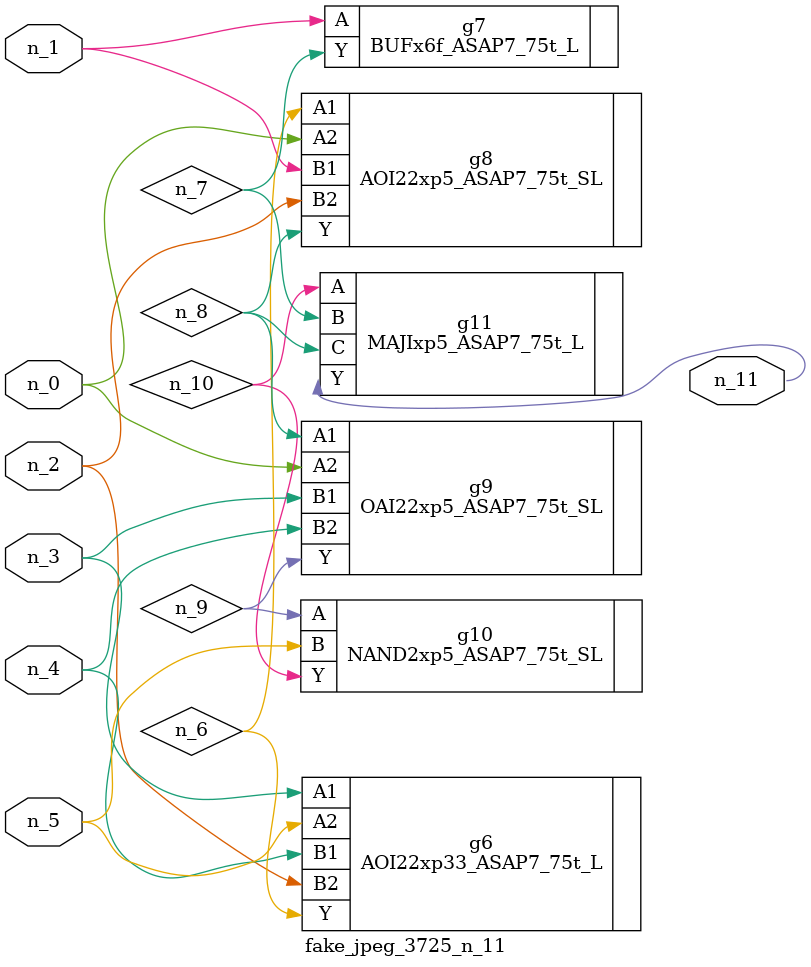
<source format=v>
module fake_jpeg_3725_n_11 (n_3, n_2, n_1, n_0, n_4, n_5, n_11);

input n_3;
input n_2;
input n_1;
input n_0;
input n_4;
input n_5;

output n_11;

wire n_10;
wire n_8;
wire n_9;
wire n_6;
wire n_7;

AOI22xp33_ASAP7_75t_L g6 ( 
.A1(n_3),
.A2(n_5),
.B1(n_4),
.B2(n_2),
.Y(n_6)
);

BUFx6f_ASAP7_75t_L g7 ( 
.A(n_1),
.Y(n_7)
);

AOI22xp5_ASAP7_75t_SL g8 ( 
.A1(n_6),
.A2(n_0),
.B1(n_1),
.B2(n_2),
.Y(n_8)
);

OAI22xp5_ASAP7_75t_SL g9 ( 
.A1(n_8),
.A2(n_0),
.B1(n_3),
.B2(n_4),
.Y(n_9)
);

NAND2xp5_ASAP7_75t_SL g10 ( 
.A(n_9),
.B(n_5),
.Y(n_10)
);

MAJIxp5_ASAP7_75t_L g11 ( 
.A(n_10),
.B(n_7),
.C(n_8),
.Y(n_11)
);


endmodule
</source>
